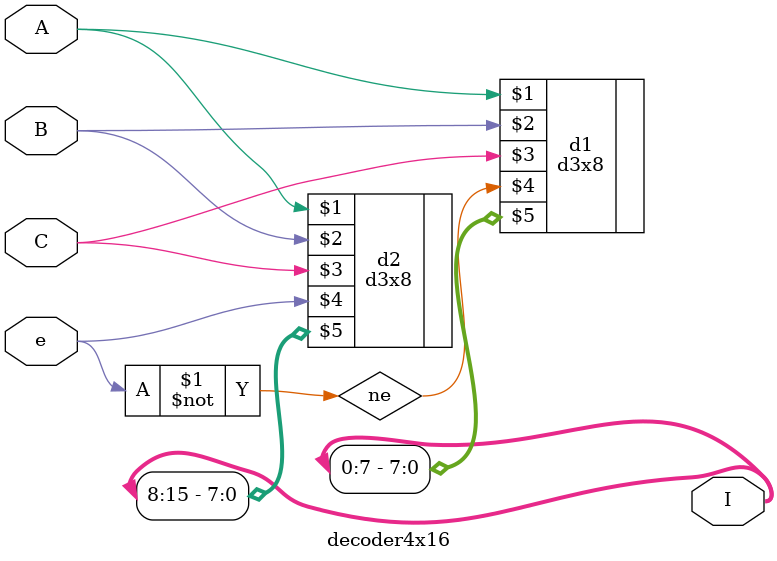
<source format=v>
module decoder4x16(A, B, C, e, I);
	input A, B, C, e;
	output [0:15]I;
	wire ne;
	not n(ne, e);
	d3x8 d1(A, B, C, ne, I[0:7]);
	d3x8 d2(A, B, C, e, I[8:15]);
endmodule

</source>
